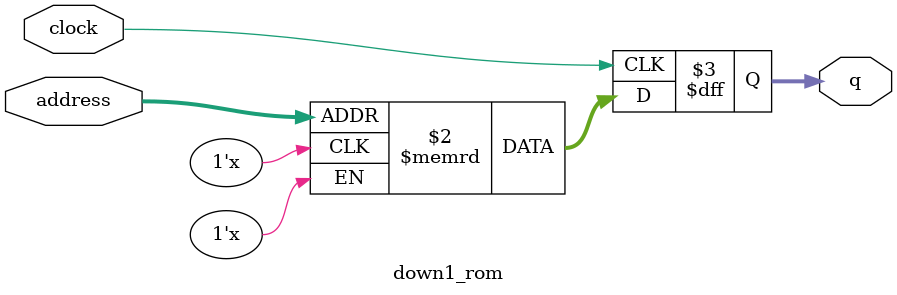
<source format=sv>
module down1_rom (
	input logic clock,
	input logic [9:0] address,
	output logic [3:0] q
);

logic [3:0] memory [0:1023] /* synthesis ram_init_file = "./down1/down1.mif" */;

always_ff @ (posedge clock) begin
	q <= memory[address];
end

endmodule

</source>
